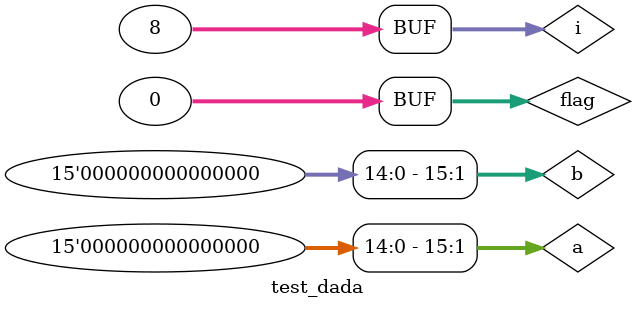
<source format=v>
module test_dada;
reg [15:0] a,b;
wire [31:0] result;
reg [31:0] golden_ref;
dadda dut(a,b,result);
integer seed,i;
integer flag=0;
initial 
begin

for(i=0;i<=7;i=i+1)
begin
a=$random;
b=$random;
golden_ref=a*b;
$monitor("At time %d , a is %d , b is %d, result is %d ",$time,a,b,result);
#5 if(golden_ref!=result) 
		flag=flag+1;
#5;
end

if(flag!=0)
$display("Design Failure");
else
$display("Success");

end
endmodule 





</source>
